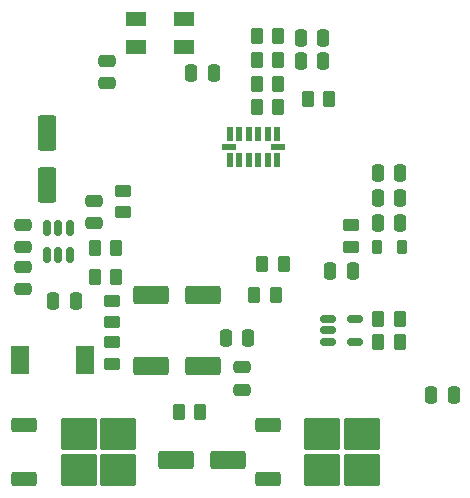
<source format=gbr>
%TF.GenerationSoftware,KiCad,Pcbnew,8.0.9*%
%TF.CreationDate,2025-08-04T10:44:23+12:00*%
%TF.ProjectId,xymatics-e64,78796d61-7469-4637-932d-6536342e6b69,rev?*%
%TF.SameCoordinates,Original*%
%TF.FileFunction,Paste,Bot*%
%TF.FilePolarity,Positive*%
%FSLAX46Y46*%
G04 Gerber Fmt 4.6, Leading zero omitted, Abs format (unit mm)*
G04 Created by KiCad (PCBNEW 8.0.9) date 2025-08-04 10:44:23*
%MOMM*%
%LPD*%
G01*
G04 APERTURE LIST*
G04 Aperture macros list*
%AMRoundRect*
0 Rectangle with rounded corners*
0 $1 Rounding radius*
0 $2 $3 $4 $5 $6 $7 $8 $9 X,Y pos of 4 corners*
0 Add a 4 corners polygon primitive as box body*
4,1,4,$2,$3,$4,$5,$6,$7,$8,$9,$2,$3,0*
0 Add four circle primitives for the rounded corners*
1,1,$1+$1,$2,$3*
1,1,$1+$1,$4,$5*
1,1,$1+$1,$6,$7*
1,1,$1+$1,$8,$9*
0 Add four rect primitives between the rounded corners*
20,1,$1+$1,$2,$3,$4,$5,0*
20,1,$1+$1,$4,$5,$6,$7,0*
20,1,$1+$1,$6,$7,$8,$9,0*
20,1,$1+$1,$8,$9,$2,$3,0*%
G04 Aperture macros list end*
%ADD10RoundRect,0.250000X0.262500X0.450000X-0.262500X0.450000X-0.262500X-0.450000X0.262500X-0.450000X0*%
%ADD11R,1.800000X1.200000*%
%ADD12RoundRect,0.250000X0.475000X-0.250000X0.475000X0.250000X-0.475000X0.250000X-0.475000X-0.250000X0*%
%ADD13RoundRect,0.250000X-0.250000X-0.475000X0.250000X-0.475000X0.250000X0.475000X-0.250000X0.475000X0*%
%ADD14RoundRect,0.250000X-0.262500X-0.450000X0.262500X-0.450000X0.262500X0.450000X-0.262500X0.450000X0*%
%ADD15R,1.500000X2.400000*%
%ADD16RoundRect,0.250000X0.250000X0.475000X-0.250000X0.475000X-0.250000X-0.475000X0.250000X-0.475000X0*%
%ADD17RoundRect,0.250000X-0.450000X0.262500X-0.450000X-0.262500X0.450000X-0.262500X0.450000X0.262500X0*%
%ADD18RoundRect,0.250000X1.250000X0.550000X-1.250000X0.550000X-1.250000X-0.550000X1.250000X-0.550000X0*%
%ADD19RoundRect,0.150000X-0.150000X0.512500X-0.150000X-0.512500X0.150000X-0.512500X0.150000X0.512500X0*%
%ADD20RoundRect,0.250000X0.550000X-1.250000X0.550000X1.250000X-0.550000X1.250000X-0.550000X-1.250000X0*%
%ADD21RoundRect,0.250000X-0.850000X-0.350000X0.850000X-0.350000X0.850000X0.350000X-0.850000X0.350000X0*%
%ADD22RoundRect,0.250000X-1.275000X-1.125000X1.275000X-1.125000X1.275000X1.125000X-1.275000X1.125000X0*%
%ADD23RoundRect,0.250000X-1.250000X-0.550000X1.250000X-0.550000X1.250000X0.550000X-1.250000X0.550000X0*%
%ADD24RoundRect,0.250000X0.450000X-0.262500X0.450000X0.262500X-0.450000X0.262500X-0.450000X-0.262500X0*%
%ADD25RoundRect,0.150000X-0.512500X-0.150000X0.512500X-0.150000X0.512500X0.150000X-0.512500X0.150000X0*%
%ADD26RoundRect,0.218750X0.218750X0.381250X-0.218750X0.381250X-0.218750X-0.381250X0.218750X-0.381250X0*%
%ADD27RoundRect,0.250000X-0.475000X0.250000X-0.475000X-0.250000X0.475000X-0.250000X0.475000X0.250000X0*%
%ADD28R,0.550000X1.145000*%
%ADD29R,1.145000X0.550000*%
G04 APERTURE END LIST*
D10*
%TO.C,R64*%
X98112500Y-154600000D03*
X96287500Y-154600000D03*
%TD*%
D11*
%TO.C,Y3*%
X90100000Y-151500000D03*
X86100000Y-151500000D03*
X86100000Y-149100000D03*
X90100000Y-149100000D03*
%TD*%
D12*
%TO.C,C69*%
X95000000Y-180500000D03*
X95000000Y-178600000D03*
%TD*%
D13*
%TO.C,C72*%
X100000000Y-150700000D03*
X101900000Y-150700000D03*
%TD*%
D10*
%TO.C,R77*%
X102412500Y-155900000D03*
X100587500Y-155900000D03*
%TD*%
D14*
%TO.C,R70*%
X106587500Y-176500000D03*
X108412500Y-176500000D03*
%TD*%
D15*
%TO.C,L3*%
X81750000Y-178000000D03*
X76250000Y-178000000D03*
%TD*%
D14*
%TO.C,R55*%
X82587500Y-171000000D03*
X84412500Y-171000000D03*
%TD*%
D16*
%TO.C,C76*%
X104400000Y-170500000D03*
X102500000Y-170500000D03*
%TD*%
D13*
%TO.C,C83*%
X106550000Y-164300000D03*
X108450000Y-164300000D03*
%TD*%
%TO.C,C66*%
X79050000Y-173000000D03*
X80950000Y-173000000D03*
%TD*%
%TO.C,C59*%
X93650000Y-176100000D03*
X95550000Y-176100000D03*
%TD*%
%TO.C,C84*%
X106550000Y-162200000D03*
X108450000Y-162200000D03*
%TD*%
D17*
%TO.C,R56*%
X84000000Y-173000000D03*
X84000000Y-174825000D03*
%TD*%
D13*
%TO.C,C73*%
X100000000Y-152700000D03*
X101900000Y-152700000D03*
%TD*%
D12*
%TO.C,C58*%
X83600000Y-154550000D03*
X83600000Y-152650000D03*
%TD*%
D10*
%TO.C,R42*%
X97912500Y-172500000D03*
X96087500Y-172500000D03*
%TD*%
%TO.C,R63*%
X98112500Y-156600000D03*
X96287500Y-156600000D03*
%TD*%
D18*
%TO.C,C68*%
X91700000Y-172500000D03*
X87300000Y-172500000D03*
%TD*%
D19*
%TO.C,U23*%
X78550000Y-166862500D03*
X79500000Y-166862500D03*
X80450000Y-166862500D03*
X80450000Y-169137500D03*
X79500000Y-169137500D03*
X78550000Y-169137500D03*
%TD*%
D20*
%TO.C,C62*%
X78500000Y-163200000D03*
X78500000Y-158800000D03*
%TD*%
D10*
%TO.C,R54*%
X84412500Y-168500000D03*
X82587500Y-168500000D03*
%TD*%
D13*
%TO.C,C77*%
X111050000Y-181000000D03*
X112950000Y-181000000D03*
%TD*%
D10*
%TO.C,R69*%
X108412500Y-174550000D03*
X106587500Y-174550000D03*
%TD*%
D18*
%TO.C,C67*%
X91700000Y-178500000D03*
X87300000Y-178500000D03*
%TD*%
D10*
%TO.C,R67*%
X98600000Y-169900000D03*
X96775000Y-169900000D03*
%TD*%
D21*
%TO.C,Q10*%
X97200000Y-188060000D03*
D22*
X101825000Y-184255000D03*
X101825000Y-187305000D03*
X105175000Y-184255000D03*
X105175000Y-187305000D03*
D21*
X97200000Y-183500000D03*
%TD*%
D16*
%TO.C,C57*%
X92650000Y-153700000D03*
X90750000Y-153700000D03*
%TD*%
D23*
%TO.C,C70*%
X89480000Y-186500000D03*
X93880000Y-186500000D03*
%TD*%
D24*
%TO.C,R68*%
X85000000Y-165500000D03*
X85000000Y-163675000D03*
%TD*%
D17*
%TO.C,R75*%
X104250000Y-166587500D03*
X104250000Y-168412500D03*
%TD*%
D24*
%TO.C,R57*%
X84000000Y-178325000D03*
X84000000Y-176500000D03*
%TD*%
D25*
%TO.C,U27*%
X102362500Y-176450000D03*
X102362500Y-175500000D03*
X102362500Y-174550000D03*
X104637500Y-174550000D03*
X104637500Y-176450000D03*
%TD*%
D10*
%TO.C,R66*%
X98112500Y-150600000D03*
X96287500Y-150600000D03*
%TD*%
%TO.C,R65*%
X98112500Y-152600000D03*
X96287500Y-152600000D03*
%TD*%
D26*
%TO.C,L4*%
X108562500Y-168400000D03*
X106437500Y-168400000D03*
%TD*%
D27*
%TO.C,C64*%
X82500000Y-164500000D03*
X82500000Y-166400000D03*
%TD*%
D10*
%TO.C,R79*%
X91512500Y-182400000D03*
X89687500Y-182400000D03*
%TD*%
D21*
%TO.C,U24*%
X76600000Y-188060000D03*
D22*
X81225000Y-184255000D03*
X81225000Y-187305000D03*
X84575000Y-184255000D03*
X84575000Y-187305000D03*
D21*
X76600000Y-183500000D03*
%TD*%
D13*
%TO.C,C82*%
X106550000Y-166400000D03*
X108450000Y-166400000D03*
%TD*%
D27*
%TO.C,C63*%
X76500000Y-166550000D03*
X76500000Y-168450000D03*
%TD*%
D28*
%TO.C,U26*%
X94000000Y-158902500D03*
X94800000Y-158902500D03*
X95600000Y-158902500D03*
X96400000Y-158902500D03*
X97200000Y-158902500D03*
X98000000Y-158902500D03*
D29*
X98097500Y-160000000D03*
D28*
X98000000Y-161097500D03*
X97200000Y-161097500D03*
X96400000Y-161097500D03*
X95600000Y-161097500D03*
X94800000Y-161097500D03*
X94000000Y-161097500D03*
D29*
X93902500Y-160000000D03*
%TD*%
D27*
%TO.C,C65*%
X76500000Y-170100000D03*
X76500000Y-172000000D03*
%TD*%
M02*

</source>
